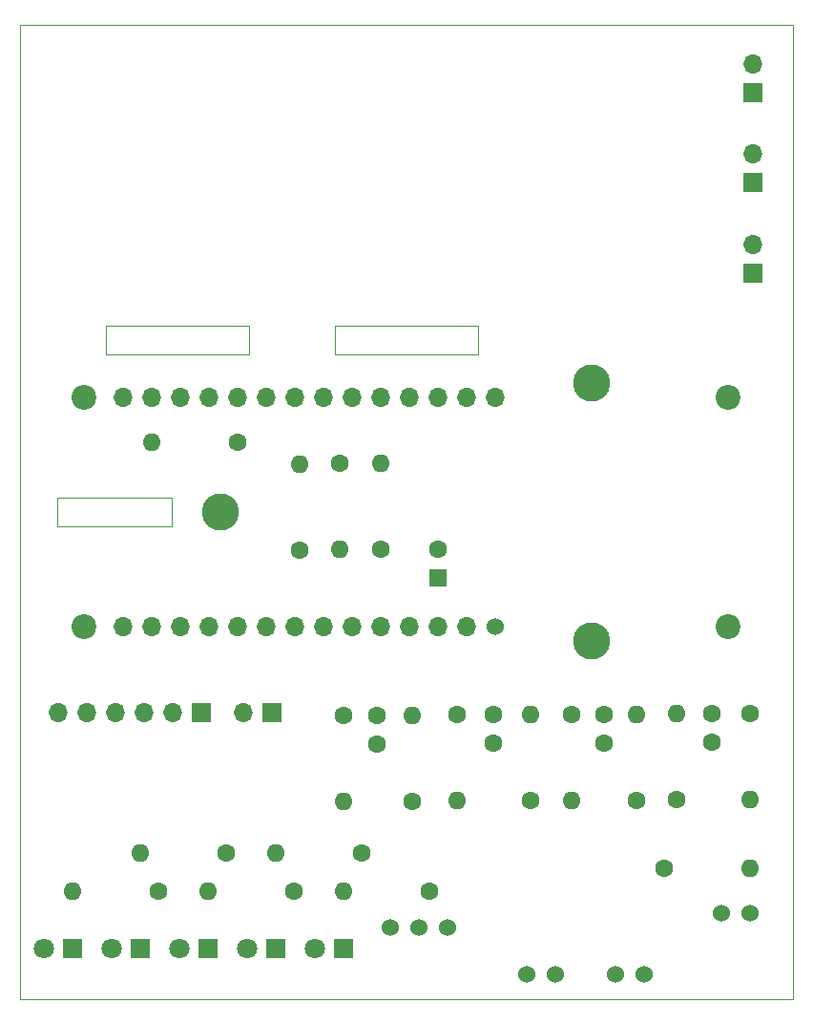
<source format=gts>
G04 #@! TF.GenerationSoftware,KiCad,Pcbnew,(5.1.4)-1*
G04 #@! TF.CreationDate,2019-12-06T09:41:05+01:00*
G04 #@! TF.ProjectId,e-p-wifi,652d702d-7769-4666-992e-6b696361645f,1.0*
G04 #@! TF.SameCoordinates,Original*
G04 #@! TF.FileFunction,Soldermask,Top*
G04 #@! TF.FilePolarity,Negative*
%FSLAX46Y46*%
G04 Gerber Fmt 4.6, Leading zero omitted, Abs format (unit mm)*
G04 Created by KiCad (PCBNEW (5.1.4)-1) date 2019-12-06 09:41:05*
%MOMM*%
%LPD*%
G04 APERTURE LIST*
%ADD10C,0.100000*%
%ADD11R,1.800000X1.800000*%
%ADD12C,1.800000*%
%ADD13C,2.200000*%
%ADD14C,1.600000*%
%ADD15R,1.700000X1.700000*%
%ADD16O,1.700000X1.700000*%
%ADD17R,1.600000X1.600000*%
%ADD18O,1.600000X1.600000*%
%ADD19C,1.524000*%
%ADD20C,3.300000*%
G04 APERTURE END LIST*
D10*
X40326000Y-46670000D02*
X40326000Y-49210000D01*
X27626000Y-46670000D02*
X27626000Y-49210000D01*
X27626000Y-46670000D02*
X40326000Y-46670000D01*
X27626000Y-49210000D02*
X40326000Y-49210000D01*
X47940000Y-49210000D02*
X47940000Y-46670000D01*
X60640000Y-46670000D02*
X60640000Y-49210000D01*
X47940000Y-46670000D02*
X60640000Y-46670000D01*
X47940000Y-49210000D02*
X60640000Y-49210000D01*
X23302000Y-64450000D02*
X33462000Y-64450000D01*
X33462000Y-61910000D02*
X23302000Y-61910000D01*
X23302000Y-61910000D02*
X23302000Y-64450000D01*
X20000000Y-106360000D02*
X88580000Y-106360000D01*
X88580000Y-20000000D02*
X88580000Y-106360000D01*
X20000000Y-20000000D02*
X20000000Y-106360000D01*
X33462000Y-61910000D02*
X33462000Y-64450000D01*
X20000000Y-20000000D02*
X88580000Y-20000000D01*
D11*
X48700000Y-101900000D03*
D12*
X46160000Y-101900000D03*
X22160000Y-101900000D03*
D11*
X24700000Y-101900000D03*
D13*
X82865000Y-53020000D03*
D14*
X71790000Y-83660000D03*
X71790000Y-81160000D03*
D15*
X85000000Y-26000000D03*
D16*
X85000000Y-23460000D03*
D15*
X85000000Y-42000000D03*
D16*
X85000000Y-39460000D03*
X39790000Y-80960000D03*
D15*
X42330000Y-80960000D03*
D17*
X57100000Y-69000000D03*
D14*
X57100000Y-66500000D03*
D15*
X36130000Y-80960000D03*
D16*
X33590000Y-80960000D03*
X31050000Y-80960000D03*
X28510000Y-80960000D03*
X25970000Y-80960000D03*
X23430000Y-80960000D03*
D14*
X81390000Y-81060000D03*
X81390000Y-83560000D03*
X61990000Y-81160000D03*
X61990000Y-83660000D03*
D11*
X36700000Y-101900000D03*
D12*
X34160000Y-101900000D03*
D11*
X42700000Y-101900000D03*
D12*
X40160000Y-101900000D03*
D14*
X51690000Y-83760000D03*
X51690000Y-81260000D03*
D12*
X28160000Y-101900000D03*
D11*
X30700000Y-101900000D03*
D16*
X85000000Y-31460000D03*
D15*
X85000000Y-34000000D03*
D14*
X44800000Y-66600000D03*
D18*
X44800000Y-58980000D03*
X84790000Y-88680000D03*
D14*
X84790000Y-81060000D03*
D18*
X58790000Y-88780000D03*
D14*
X58790000Y-81160000D03*
X48400000Y-58900000D03*
D18*
X48400000Y-66520000D03*
X36700000Y-96800000D03*
D14*
X44320000Y-96800000D03*
D18*
X54790000Y-81240000D03*
D14*
X54790000Y-88860000D03*
X65300000Y-88770000D03*
D18*
X65300000Y-81150000D03*
D14*
X38310000Y-93430000D03*
D18*
X30690000Y-93430000D03*
D14*
X68990000Y-81160000D03*
D18*
X68990000Y-88780000D03*
X48700000Y-96810000D03*
D14*
X56320000Y-96810000D03*
X50320000Y-93410000D03*
D18*
X42700000Y-93410000D03*
X84770000Y-94800000D03*
D14*
X77150000Y-94800000D03*
D18*
X74690000Y-81140000D03*
D14*
X74690000Y-88760000D03*
X52000000Y-66500000D03*
D18*
X52000000Y-58880000D03*
X24700000Y-96800000D03*
D14*
X32320000Y-96800000D03*
D16*
X62165000Y-53020000D03*
X59625000Y-73340000D03*
X59625000Y-53020000D03*
X57085000Y-73340000D03*
X57085000Y-53020000D03*
X54545000Y-73340000D03*
X54545000Y-53020000D03*
X52005000Y-73340000D03*
X52005000Y-53020000D03*
X49465000Y-73340000D03*
X49465000Y-53020000D03*
X46925000Y-73340000D03*
X46925000Y-53020000D03*
X44385000Y-73340000D03*
X44385000Y-53020000D03*
X41845000Y-73340000D03*
X41845000Y-53020000D03*
X39305000Y-73340000D03*
X39305000Y-53020000D03*
X36765000Y-73340000D03*
X36765000Y-53020000D03*
X34225000Y-73340000D03*
X34225000Y-53020000D03*
X31685000Y-73340000D03*
X31685000Y-53020000D03*
X29145000Y-73340000D03*
X29145000Y-53020000D03*
D19*
X62165000Y-73340000D03*
D18*
X31680000Y-57000000D03*
D14*
X39300000Y-57000000D03*
X78290000Y-88660000D03*
D18*
X78290000Y-81040000D03*
D20*
X37755000Y-63180000D03*
X70765000Y-74610000D03*
D13*
X25715000Y-73340000D03*
D20*
X70765000Y-51750000D03*
D13*
X25715000Y-53020000D03*
X82865000Y-73340000D03*
D14*
X48690000Y-81260000D03*
D18*
X48690000Y-88880000D03*
D19*
X55400000Y-100000000D03*
X52860000Y-100000000D03*
X57940000Y-100000000D03*
X82230000Y-98725000D03*
X84770000Y-98725000D03*
X75370000Y-104200000D03*
X72830000Y-104200000D03*
X64930000Y-104200000D03*
X67470000Y-104200000D03*
M02*

</source>
